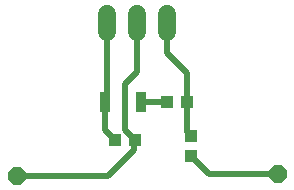
<source format=gbr>
G04 EAGLE Gerber RS-274X export*
G75*
%MOMM*%
%FSLAX34Y34*%
%LPD*%
%INTop Copper*%
%IPPOS*%
%AMOC8*
5,1,8,0,0,1.08239X$1,22.5*%
G01*
G04 Define Apertures*
%ADD10C,1.524000*%
%ADD11R,0.961800X1.711800*%
%ADD12P,1.64956X8X22.5*%
%ADD13R,1.100000X1.000000*%
%ADD14R,1.000000X1.100000*%
%ADD15C,0.508000*%
D10*
X142240Y151130D02*
X142240Y166370D01*
X167640Y166370D02*
X167640Y151130D01*
X193040Y151130D02*
X193040Y166370D01*
D11*
X140960Y91440D03*
X171460Y91440D03*
D12*
X287020Y30480D03*
X66040Y29210D03*
D13*
X165980Y59690D03*
X148980Y59690D03*
D14*
X213360Y46110D03*
X213360Y63110D03*
D13*
X210430Y91440D03*
X193430Y91440D03*
D15*
X193040Y133350D02*
X193040Y158750D01*
X193040Y133350D02*
X210430Y115960D01*
X210430Y91440D01*
X210430Y66040D01*
X213360Y63110D01*
X213360Y46110D02*
X228990Y30480D01*
X287020Y30480D01*
X165980Y59690D02*
X165100Y58810D01*
X165100Y50800D01*
X143510Y29210D01*
X66040Y29210D01*
X167640Y116840D02*
X167640Y158750D01*
X167640Y116840D02*
X157480Y106680D01*
X157480Y68190D01*
X165980Y59690D01*
X142240Y92720D02*
X142240Y158750D01*
X142240Y92720D02*
X140960Y91440D01*
X140960Y67710D02*
X148980Y59690D01*
X140960Y67710D02*
X140960Y91440D01*
X171460Y91440D02*
X193430Y91440D01*
M02*

</source>
